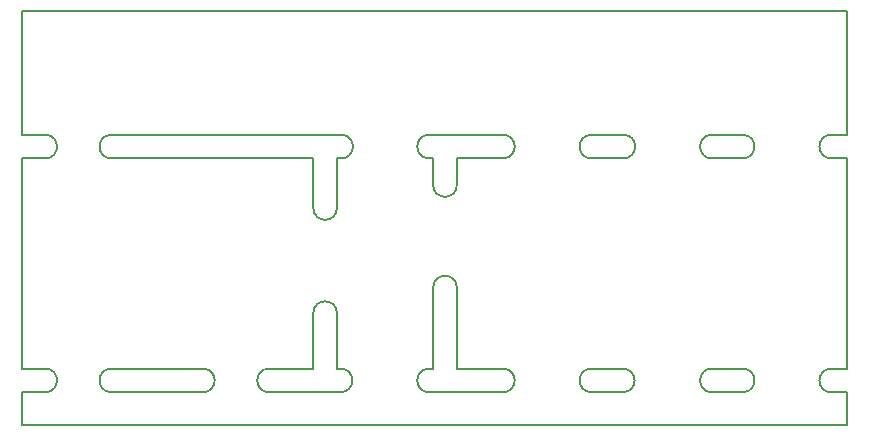
<source format=gm1>
G04 #@! TF.FileFunction,Profile,NP*
%FSLAX46Y46*%
G04 Gerber Fmt 4.6, Leading zero omitted, Abs format (unit mm)*
G04 Created by KiCad (PCBNEW 4.0.0-stable) date Wednesday, February 03, 2016 'PMt' 01:26:16 PM*
%MOMM*%
G01*
G04 APERTURE LIST*
%ADD10C,0.100000*%
%ADD11C,0.150000*%
G04 APERTURE END LIST*
D10*
D11*
X152450000Y-111600000D02*
X152450000Y-101100000D01*
X151100000Y-111600000D02*
X152450000Y-111600000D01*
X82550000Y-101100000D02*
X82550000Y-111600000D01*
X152450000Y-101100000D02*
X82550000Y-101100000D01*
X152450000Y-136150000D02*
X82550000Y-136150000D01*
X152450000Y-133400000D02*
X152450000Y-136150000D01*
X152450000Y-133400000D02*
X151100000Y-133400000D01*
X90150000Y-113600000D02*
G75*
G02X90150000Y-111600000I0J1000000D01*
G01*
X84550000Y-113600000D02*
G75*
G03X84550000Y-111600000I0J1000000D01*
G01*
X84550000Y-111600000D02*
X82550000Y-111600000D01*
X84550000Y-113600000D02*
X82550000Y-113600000D01*
X109250000Y-113600000D02*
X109600000Y-113600000D01*
X109600000Y-113600000D02*
G75*
G03X109600000Y-111600000I0J1000000D01*
G01*
X117050000Y-113600000D02*
G75*
G02X117050000Y-111600000I0J1000000D01*
G01*
X117050000Y-113600000D02*
X117400000Y-113600000D01*
X109250000Y-117800000D02*
X109250000Y-113600000D01*
X109600000Y-111600000D02*
X90150000Y-111600000D01*
X107250000Y-117800000D02*
G75*
G03X109250000Y-117800000I1000000J0D01*
G01*
X107250000Y-131400000D02*
X107250000Y-126700000D01*
X107250000Y-126700000D02*
G75*
G02X109250000Y-126700000I1000000J0D01*
G01*
X103500000Y-133400000D02*
X109550000Y-133400000D01*
X97900000Y-133400000D02*
X90150000Y-133400000D01*
X90150000Y-131400000D02*
X97900000Y-131400000D01*
X82550000Y-133400000D02*
X82550000Y-136150000D01*
X84550000Y-133400000D02*
X82550000Y-133400000D01*
X82550000Y-131400000D02*
X82550000Y-113600000D01*
X84550000Y-131400000D02*
X82550000Y-131400000D01*
X103500000Y-131400000D02*
X107250000Y-131400000D01*
X84550000Y-133400000D02*
G75*
G03X84550000Y-131400000I0J1000000D01*
G01*
X90150000Y-133400000D02*
G75*
G02X90150000Y-131400000I0J1000000D01*
G01*
X97900000Y-133400000D02*
G75*
G03X97900000Y-131400000I0J1000000D01*
G01*
X103500000Y-133400000D02*
G75*
G02X103500000Y-131400000I0J1000000D01*
G01*
X109550000Y-133400000D02*
G75*
G03X109550000Y-131400000I0J1000000D01*
G01*
X109250000Y-131400000D02*
X109550000Y-131400000D01*
X109250000Y-131400000D02*
X109250000Y-126700000D01*
X107250000Y-113600000D02*
X107250000Y-117800000D01*
X107250000Y-113600000D02*
X90150000Y-113600000D01*
X117400000Y-133400000D02*
X117050000Y-133400000D01*
X117050000Y-131400000D02*
X117400000Y-131400000D01*
X117050000Y-133400000D02*
G75*
G02X117050000Y-131400000I0J1000000D01*
G01*
X123300000Y-111600000D02*
X117100000Y-111600000D01*
X117400000Y-115850000D02*
X117400000Y-113600000D01*
X119400000Y-115850000D02*
X119400000Y-113600000D01*
X123300000Y-113600000D02*
X119400000Y-113600000D01*
X123300000Y-113600000D02*
G75*
G03X123300000Y-111600000I0J1000000D01*
G01*
X152450000Y-131400000D02*
X151100000Y-131400000D01*
X152450000Y-113600000D02*
X152450000Y-131400000D01*
X151100000Y-113600000D02*
X152450000Y-113600000D01*
X151100000Y-113600000D02*
G75*
G02X151100000Y-111600000I0J1000000D01*
G01*
X143600000Y-111600000D02*
X141000000Y-111600000D01*
X141000000Y-113600000D02*
X143600000Y-113600000D01*
X143600000Y-113600000D02*
G75*
G03X143600000Y-111600000I0J1000000D01*
G01*
X141000000Y-113600000D02*
G75*
G02X141000000Y-111600000I0J1000000D01*
G01*
X133500000Y-111600000D02*
X130800000Y-111600000D01*
X130800000Y-113600000D02*
X133500000Y-113600000D01*
X133500000Y-113600000D02*
G75*
G03X133500000Y-111600000I0J1000000D01*
G01*
X130800000Y-113600000D02*
G75*
G02X130800000Y-111600000I0J1000000D01*
G01*
X151100000Y-133400000D02*
G75*
G02X151100000Y-131400000I0J1000000D01*
G01*
X117400000Y-115850000D02*
G75*
G03X119400000Y-115850000I1000000J0D01*
G01*
X117400000Y-124550000D02*
X117400000Y-131400000D01*
X123300000Y-133400000D02*
X117400000Y-133400000D01*
X119400000Y-124550000D02*
X119400000Y-131400000D01*
X123300000Y-131400000D02*
X119400000Y-131400000D01*
X117400000Y-124550000D02*
G75*
G02X119400000Y-124550000I1000000J0D01*
G01*
X123300000Y-133400000D02*
G75*
G03X123300000Y-131400000I0J1000000D01*
G01*
X133450000Y-133400000D02*
X130800000Y-133400000D01*
X130800000Y-131400000D02*
X133450000Y-131400000D01*
X133450000Y-133400000D02*
G75*
G03X133450000Y-131400000I0J1000000D01*
G01*
X130800000Y-133400000D02*
G75*
G02X130800000Y-131400000I0J1000000D01*
G01*
X141000000Y-131400000D02*
X143600000Y-131400000D01*
X141000000Y-133400000D02*
X143600000Y-133400000D01*
X141000000Y-133400000D02*
G75*
G02X141000000Y-131400000I0J1000000D01*
G01*
X143600000Y-133400000D02*
G75*
G03X143600000Y-131400000I0J1000000D01*
G01*
M02*

</source>
